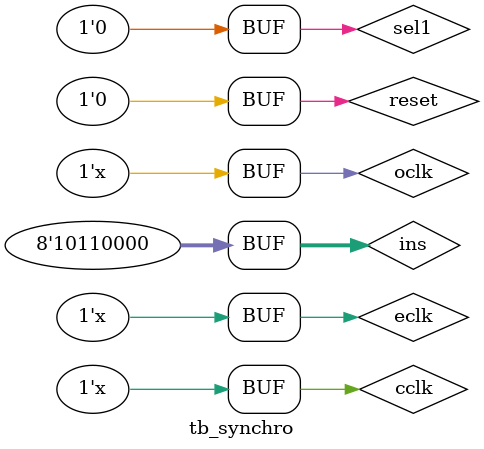
<source format=v>
module finalmuxedb(data,edb1,sel,edb,eclk);
input [28:0]sel;
input eclk;
input [7:0] data,edb1;
output reg [7:0]edb;
always@(posedge eclk)
begin
  if(sel==29'b01_1100_10011_0000_1100_0000_00_0000 || sel==29'b01_1001_00000_0001_1100_0000_11_0010 || sel==29'b01_1100_10000_0100_1100_0000_00_0000)
    edb=data;
  else if(sel==29'b10_1100_11000_1000_0001_0000_11_1001)
    edb=edb1;
  end
endmodule
//Module MUX a
module finalmuxa(pc,ry,t1,rx,sel,a);
input [10:0]sel;
//input eclk;
input [7:0] pc,ry,t1,rx;
output reg [7:0]a;
always@(*)
begin
  if(sel==11'b01000000011 || sel==11'b01000000000 || sel==11'b01000111000)
    a=pc;
  else if(sel==11'b00000010001)
    a=ry;
  else if(sel==11'b00111000000)   
    a=t1;
  else if(sel==11'b00000010101 || sel==11'b00000000100)
    a=rx;
    
  end
endmodule 
//Module Mux B   
module finalmuxb(ry,di,t2,t1,sel,b);
input [10:0]sel;
//input eclk;
input [7:0] di,ry,t1,t2;
output reg [7:0]b;
always@(*)
begin
  if(sel==11'b00000010001 || sel==11'b00000010101)
    b=di;
  else if(sel==11'b00000000100 || sel==11'b00100001111)
    b=ry;
  else if(sel==11'b10000100000 || sel==11'b00100100011 || sel==11'b10000100000 || sel==11'b10000100000 || sel==11'b01000111000)   
    b=t1;
  else if(sel==11'b00111000000)
    b=t2;   
  end
endmodule
    
//Module input select
module mux(ins,ireout,sel,out);
  input sel; //oclk;
  input [7:0]ins,ireout;
  output reg [7:0]out;
  always@(*)
  begin
    if (sel==1)
      out=ins;
    else 
      out=ireout;
    end
  endmodule
 
//Module instruction breaking
module decode(in,out1,out2,out3,out4);
  input [7:0] in;
  output reg [1:0] out1,out2,out3,out4;
  always@(in)
  begin
    out1<=in[3:2];
    out2<=in[7:6];
    out3<=in[1:0];
    out4<=in[5:4];
  end
endmodule
//Module address generator
module ibdecoder(in1,in2,out1,out2);
input [1:0]in1,in2;
output reg [3:0] out1,out2;
always@(*)
  begin
    if(in1==2'b00 & in2==2'b11)                                                             
     out2=4'b1011;
    else if(in1==2'b00)
     out2=4'b1101;
    else if(in1==2'b01 & in2==2'b11)  
     begin out1=4'b0000; out2=4'b0101; end
     else if(in1==2'b10 & in2==2'b11)  
     begin out1=4'b0001; out2=4'b0101; end
    else if(in1==2'b01)  
     begin out1=4'b0000; out2=4'b0111; end
     else if(in1==2'b10)  
     begin out1=4'b0001; out2=4'b0111; end
     end
endmodule
//Module Next state control
module next_state(OP, TY, IB,SB,DB,out);
  input[1:0] OP;
  input[1:0] TY;
//  input oclk;
  input [3:0] IB,SB,DB;
  output reg [3:0] out;
  always @(*)
  begin 
  if (TY==2'b11)
    out=DB;
  else if ((OP==2'b01 || OP==2'b10) && TY==2'b01)
    out=IB;
  else if ((OP==2'b01 || 2'b10) && TY==2'b00)
    out=SB;
  else if( OP==2'b00)
    out=SB;
  end
  endmodule
  
//Module Data memory
module memorycell(data,address,rw,inp);
  output reg [7:0]data;
  input [1:0]rw;
  input [7:0]inp;
  input [7:0]address;
  reg [7:0]mem[0:100];
  initial
  begin
    //ins memory
    mem[0]=8'b00010110;
    mem[1]=8'b00010110;
    mem[2]=8'b00011010;
    mem[3]=8'b00000100;
    mem[4]=8'b0;
    mem[5]=8'b0;
    mem[6]=8'b0;
    mem[7]=8'b0;
    mem[8]=8'b0;
    mem[9]=8'b0;
    mem[10]=8'b0;
    mem[11]=8'b0;
    mem[12]=8'b0;
    mem[13]=8'b00010000;
    mem[14]=8'b0;
    mem[15]=8'b00000101;
    mem[16]=8'b0;
    mem[17]=8'b0;
    mem[18]=8'b0;
    mem[19]=8'b0;
    mem[20]=8'b0;
    mem[21]=8'b0;
    mem[22]=8'b0;
    mem[23]=8'b0;
    mem[24]=8'b0;
    mem[25]=8'b0;
    mem[26]=8'b0;
    mem[27]=8'b0;
    mem[28]=8'b0;
    mem[29]=8'b0;
    mem[30]=8'b0;
    mem[31]=8'b0;
   // data memory
    mem[32]=8'b0;
    mem[33]=8'b0;
    mem[34]=8'b0;
    mem[35]=8'b0;
    mem[36]=8'b0;
    mem[37]=8'b0;
    mem[38]=8'b0;
    mem[39]=8'b0;
    mem[40]=8'b0;
    mem[41]=8'b0;
    mem[42]=8'b0;
    mem[43]=8'b0;
    mem[44]=8'b0;
    mem[45]=8'b0;
    mem[46]=8'b0;
    mem[47]=8'b0;
    mem[48]=8'b0;
    mem[49]=8'b0;
    mem[50]=8'b0;
    mem[51]=8'b0;
    mem[52]=8'b0;
    mem[53]=8'b0;
    mem[54]=8'b0;
    mem[55]=8'b0;
    mem[56]=8'b0;
    mem[57]=8'b0;
    mem[58]=8'b0;
    mem[59]=8'b0;
    mem[60]=8'b0;
    mem[61]=8'b0;
    mem[62]=8'b0;
    mem[63]=8'b0;
    mem[64]=8'b0;
    mem[65]=8'b0;
    mem[66]=8'b0;
    mem[67]=8'b0;
    mem[68]=8'b0;
    mem[69]=8'b0;
    mem[70]=8'b0;
    mem[71]=8'b0;
    mem[72]=8'b0;
    mem[73]=8'b0;
    mem[74]=8'b0;
    mem[75]=8'b0;
    mem[76]=8'b0;
    mem[77]=8'b0;
    mem[78]=8'b0;
    mem[79]=8'b0;
    mem[80]=8'b0;
    mem[81]=8'b0;
    mem[82]=8'b0;
    mem[83]=8'b0;
    mem[84]=8'b0;
    mem[85]=8'b0;
    mem[86]=8'b0;
    mem[87]=8'b0;
    mem[88]=8'b0;
    mem[89]=8'b0;
    mem[90]=8'b0;
    mem[91]=8'b0;
    mem[92]=8'b0;
    mem[93]=8'b0;
    mem[94]=8'b0;
    mem[95]=8'b0;
    mem[96]=8'b0;
    mem[97]=8'b0;
    mem[98]=8'b0;
    mem[99]=8'b0;
    mem[100]=8'b0;
  end
  always@(rw,address)
  begin 
   if (rw==1)
     data=mem[address][7:0];
   else if (rw==2)
     mem[address]=inp;
  end
endmodule
// Control Memory
module control_memory (address, controlword,eclk);
input eclk;
input [3:0] address;

output reg [28:0] controlword;
wire [28:0] register [0:15];

assign register [4'b0000] =29'b01_1100_10011_0000_1100_0000_00_0000;
assign register [4'b0001] =29'b01_1001_00000_0001_1100_0000_11_0010;
assign register [4'b0010] =29'b00_0010_00000_0100_1100_0000_11_0011;
assign register [4'b0011] =29'b00_0000_00100_0010_0100_0000_11_0100;
assign register [4'b0100] =29'b01_1100_10000_0100_1100_0000_00_0000;
assign register [4'b0101] =0;
assign register [4'b0110] =0;
assign register [4'b0111] =29'b00_0000_00101_0011_0100_0000_11_1000;
assign register [4'b1000] =29'b10_1100_11000_1000_0001_0000_11_1001;
assign register [4'b1001] =29'b01_1001_00000_0001_0000_1000_11_1010;
assign register [4'b1010] =29'b00_0010_00000_0100_0000_0110_01_0000;
assign register [4'b1011] =0;
assign register [4'b1100] =0;
assign register [4'b1101] =29'b00_0000_00001_0011_0000_0000_11_1110;
assign register [4'b1110] =29'b01_1001_00110_0101_0000_1000_11_1111;
assign register [4'b1111] =29'b00_0010_00000_0100_0000_0110_01_0000;

always@(posedge eclk)
begin controlword = register [address];
end
endmodule

//Module PC
module pc1(reset,eclk,controlpc,b,pc);
 input reset,eclk;
 input [1:0] controlpc;
 input [7:0] b;
 output reg [7:0] pc;
 always@(posedge eclk)
  begin
    if(reset==1'b1)
      pc=8'b0;
  else 
  case(controlpc)
  2'b10: pc=b;
  endcase
  end
 
endmodule 

// Module T2
module t2_reg(reset,eclk,controlt2,b,t2);
  input reset,eclk;
  input [1:0]controlt2;
  output reg [7:0] t2;
  input [7:0]b;
  always@(posedge eclk)
   begin
    if(reset==1)
     t2=0;
    else if(controlt2==2'b10)
     t2=b;
   end
 endmodule
 
 //Module T1
module t1_reg(reset,eclk,controlt1,in,t1);
  input reset,eclk;
  input [7:0]in;
  input [1:0]controlt1;
  output reg [7:0] t1;
  always@(negedge eclk)
   begin
   if(reset==1)
     t1=0;
   else
   begin
     t1=in;
   end
 end
 endmodule
 
 // Module AO_buffer
 module AObuffer (reset,a,b,controlao,eab);
  input reset;
  input [7:0]a,b;
  input [1:0] controlao;
  output [7:0]eab;
  assign eab =(reset) ? 8'b0 : (controlao == 2) ? a : (controlao == 3) ? b : eab;
                          	     /*always@(a,b)
                                   begin
      	 	 	 	 	                      if(reset==1)
                                      eab = 0 ;
        	 	 	 	     	                else if(controlao == 2'b10)
                                      eab=a;
      	 	 	                          else if(controlao==2'b11)
                                      eab=b;
                                     else
                                      eab=eab;*/
endmodule

//Module DO
module dobuffer(reset,selectdo,a,b, edb);
  input reset;
  input [7:0] a,b;
  input [1:0]selectdo;
  output [7:0] edb;
  assign edb = (reset) ? 8'b0 : (selectdo == 1) ? a : (selectdo == 2) ? b : edb;
  endmodule
  
// Module DI
module di(reset,eclk,controldi,di,edb);
  input reset,eclk;
  input [7:0] edb;
  input [1:0]controldi;
  output reg [7:0] di;
  always@(posedge eclk)
  begin
    if (reset==1'b1)
      di=8'b0;
    else case(controldi)
     2'b11: di=edb;
  endcase
  end
                                                //  assign  di_bus_a = (~clk && di_control == 2) ? di : di_bus_a;
                                              //  assign  di_bus_b = (~clk && di_control == 1) ? di : di_bus_b;
endmodule
//Module register
module registers(eclk,in1,in2,controlreg,rx,ry,b);
  input[1:0]in1,in2;
  input eclk;
  input [7:0]b;
  input[2:0]controlreg;
  reg [7:0]register[0:3];
  output reg [7:0]rx,ry;
  initial
  begin
    register[0]=8'b00001111;
    register[1]=8'b00001011;
    register[2]=8'b00001101;
    register[3]=8'b00001101;
  end
 /* always@(*)
 begin
   case(in1)
     0: rx= register[0];
     1: rx= register[1];
     2: rx= register[2];
     3: rx= register[3];
   endcase
   case(in2)
     0: ry= register[0];
     1: ry= register[1];
     2: ry= register[2];
     3: ry= register[3];
   endcase
 end*/
 always@(in1,in2,controlreg,b)
 begin
   case(controlreg)
   1: begin   rx=register[in1][7:0]; ry=register[in2][7:0]; end
   2: ry=register[in2][7:0];
   3: ry=register[in2][7:0];
   4: rx=register[in2][7:0];
   5: rx=register[in1][7:0];
 //  default: begin a=a; b=b; end
   endcase
 end  
 always@(posedge eclk)
 begin
   case(controlreg)
   2: register[in1]=b;
   6: register[in2]=b;
   endcase
 end  
 endmodule

// Module IRF
module IRF(edb,controlirf,irfout,eclk);
  input [7:0] edb;
  input eclk;
  input [1:0]controlirf;
  output reg [7:0] irfout;
  reg [7:0]int;
  always@(posedge eclk)
   begin
     if(controlirf==2'b10)
       int=edb;
   else if(controlirf==2'b01)  // make this negedge
       irfout=int;
     end
   endmodule
   
 // Module IRE
 module IRE(in,controlire,ireout,eclk);
  input [7:0] in;
  input eclk;
  input [1:0]controlire;
  output reg [7:0] ireout;
  //reg [7:0]int1;
  always@(posedge eclk)
   begin
     if(controlire==2'b10)
       ireout=in;
  // else if(controlire==2'b01)    //Make this negedge
  //     ireout=int1;
     end
   endmodule  
   // ALU
   module alu(a,b,osel1,osel2,out);
  input [7:0]a,b;
  input [1:0]osel1,osel2;
  output reg [7:0]out;
  
  always@(*)
  begin
    case(osel1)
  2'b00: out=out;
  2'b01: out=a+1;
  2'b10: out=a+b;
  2'b11: begin 
      if(osel2==2'b00)
       out=a+b;
      else if(osel2==2'b01)
       out=a|b;
      else if(osel2==2'b10)
       out=a&b;
      end
endcase
end
endmodule
   module synchro(ins,sel1,reset,oclk,eclk,cclk);
     input oclk,eclk,reset,sel1,cclk;
     input [7:0]ins;
     wire [7:0]out,edb,edb1,data,irfout,ireout,a,b,out11;
     wire [7:0]eab;
     wire[1:0]out3,out4,out1,out2;
     wire[3:0]out5,out6,out7;
     wire [28:0]controlword;
     wire [7:0] pc,ry,rx,t1,di,t2;
     wire [10:0] sel;
    /* mux mu1(ins,ireout,sel,out);
     decode de1(out,out1,out2,out3,out4);
     ibdecoder ib1(out1,out2,out5,out6);  //ibdecoder output out1, out2;
     next_state ne1(out1,controlword[5:4], out5,out6,controlword[3:0],out7); //next state output is out
     registers r1(clk,out4,out3,controlword[20:18],a,b);
     control_memory m2(out7, controlword); // input is address
     IRF i2(edb,clk,controlword[9:8],irfout);
     IRE i1(irfout,clk,controlword[7:6],ireout);
     di d1(reset,clk,controlword[13:12],a,b,edb);
     dobuffer d2(reset,controlword[11:10],a,b, edb);
     AObuffer a1(reset,a,b,controlword[26:25],eab);
     t1_reg t1(reset,clk,controlword[17:16],b,a,outalu);
     t2_reg t2(reset,clk,controlword[22:21],b,a);
     pc p1(reset,clk,controlword[24:23],b,a);
     memorycell m1(edb,eab,controlword[28:27]);
     alu al1(a,b,controlword[15:14],out2,outalu);
     */
     assign sel={controlword[24:23],controlword[22:21],controlword[17:16],controlword[20:18],controlword[13:12]};
     finalmuxa f1(pc,ry,t1,rx,sel,a);
     finalmuxedb fi1(data,edb1,controlword,edb,eclk);
     finalmuxb f2(ry,di,t2,t1,sel,b);
     mux mu1(ins,ireout,sel1,out11);
     decode de1(out11,out1,out2,out3,out4);
     ibdecoder ib1(out1,out2,out5,out6);
     next_state ne1(out1,controlword[5:4], out5,out6,controlword[3:0],out7);
     memorycell m1(data,eab,controlword[28:27],edb1);
     control_memory co1(out7, controlword,eclk);
     pc1 p1(reset,eclk,controlword[24:23],b,pc);
     t2_reg t21(reset,eclk,controlword[22:21],b,t2);
     t1_reg t11(reset,eclk,controlword[17:16],out,t1);
     AObuffer ao1(reset,a,b,controlword[26:25],eab);
     dobuffer do1(reset,controlword[11:10],a,b, edb1);
     di d1(reset,eclk,controlword[13:12],di,data);
     registers r1(eclk,out4,out3,controlword[20:18],rx,ry,b);
     IRF ir1(data,controlword[9:8],irfout,eclk);
     IRE ire1(irfout,controlword[7:6],ireout,eclk);
     alu al1(a,b,controlword[15:14],out2,out);
   endmodule

  module tb_synchro;
    reg sel1,reset,oclk,eclk,cclk;
    reg [7:0]ins;
    synchro s1(ins,sel1,reset,oclk,eclk,cclk);
    initial
    begin
        reset=1; oclk=0; eclk=0; cclk=0;
    #10 reset=0; sel1=1;
    ins=8'b10110000;
    #20 sel1=0;
    end
    always
    #15 cclk=~cclk;
    always
    #5 eclk=~eclk;
    always
   #20 oclk=~oclk; 
  endmodule
  
    



</source>
